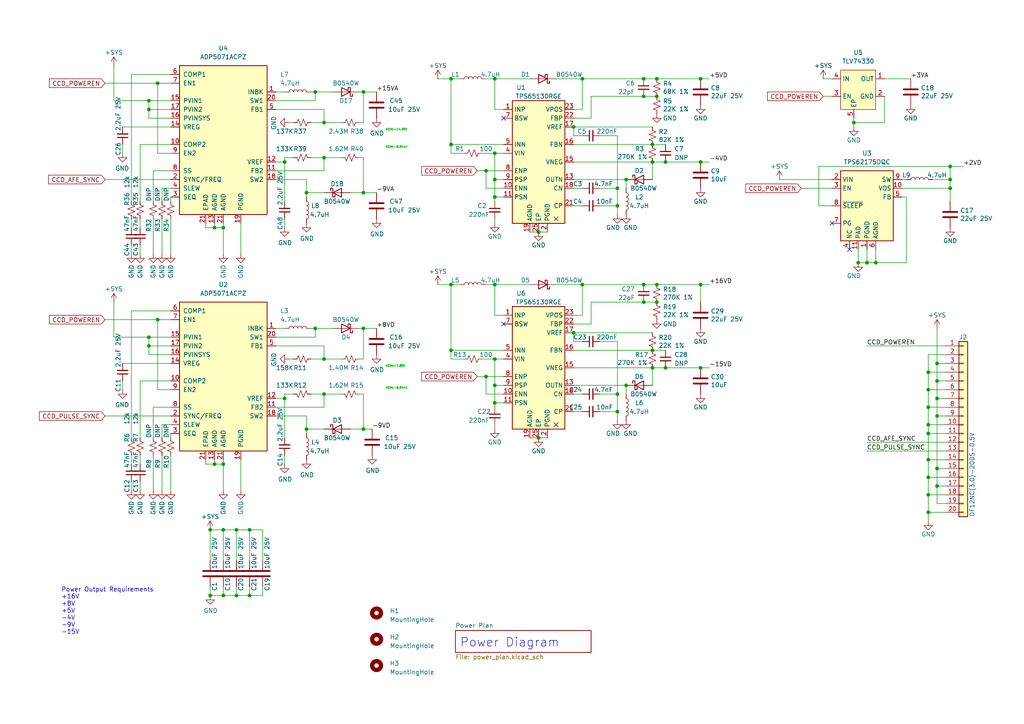
<source format=kicad_sch>
(kicad_sch (version 20230121) (generator eeschema)
  (paper "A4")
  (title_block (title "Sitina 1 Power Board") (date "2023-11-24") (rev "R0.1") (company "Copyright 2023 Anhang Li") (comment 2 "MERCHANTABILITY, SATISFACTORY QUALITY AND FITNESS FOR A PARTICULAR PURPOSE.") (comment 3 "This source is distributed WITHOUT ANY EXPRESS OR IMPLIED WARRANTY, INCLUDING OF") (comment 4 "This source describes Open Hardware and is licensed under the CERN-OHL-P v2."))
  (junction (at 271.78 140.97))
  (junction (at 105.41 55.88))
  (junction (at 269.24 138.43))
  (junction (at 186.69 87.63))
  (junction (at 68.58 153.67))
  (junction (at 82.55 115.57))
  (junction (at 64.77 66.04))
  (junction (at 203.2 22.86))
  (junction (at 143.51 22.86))
  (junction (at 143.51 111.76))
  (junction (at 68.58 172.72))
  (junction (at 254 76.2))
  (junction (at 269.24 113.03))
  (junction (at 190.5 27.94))
  (junction (at 64.77 134.62))
  (junction (at 105.41 95.25))
  (junction (at 186.69 22.86))
  (junction (at 62.23 134.62))
  (junction (at 93.98 45.72))
  (junction (at 156.21 127))
  (junction (at 269.24 148.59))
  (junction (at 105.41 26.67))
  (junction (at 130.81 41.91))
  (junction (at 190.5 22.86))
  (junction (at 179.07 54.61))
  (junction (at 88.9 55.88))
  (junction (at 269.24 143.51))
  (junction (at 193.04 46.99))
  (junction (at 72.39 153.67))
  (junction (at 130.81 82.55))
  (junction (at 91.44 95.25))
  (junction (at 143.51 44.45))
  (junction (at 271.78 115.57))
  (junction (at 271.78 105.41))
  (junction (at 143.51 52.07))
  (junction (at 130.81 22.86))
  (junction (at 271.78 110.49))
  (junction (at 72.39 172.72))
  (junction (at 193.04 106.68))
  (junction (at 64.77 153.67))
  (junction (at 93.98 114.3))
  (junction (at 181.61 52.07))
  (junction (at 269.24 107.95))
  (junction (at 248.92 76.2))
  (junction (at 43.18 29.21))
  (junction (at 181.61 111.76))
  (junction (at 271.78 120.65))
  (junction (at 179.07 114.3))
  (junction (at 189.23 106.68))
  (junction (at 189.23 46.99))
  (junction (at 43.18 31.75))
  (junction (at 88.9 124.46))
  (junction (at 179.07 119.38))
  (junction (at 269.24 123.19))
  (junction (at 190.5 82.55))
  (junction (at 91.44 26.67))
  (junction (at 166.37 36.83))
  (junction (at 186.69 27.94))
  (junction (at 130.81 101.6))
  (junction (at 269.24 118.11))
  (junction (at 140.97 109.22))
  (junction (at 82.55 46.99))
  (junction (at 45.72 24.13))
  (junction (at 143.51 57.15))
  (junction (at 271.78 135.89))
  (junction (at 168.91 22.86))
  (junction (at 62.23 66.04))
  (junction (at 45.72 92.71))
  (junction (at 190.5 87.63))
  (junction (at 156.21 67.31))
  (junction (at 203.2 82.55))
  (junction (at 60.96 153.67))
  (junction (at 275.59 52.07))
  (junction (at 140.97 49.53))
  (junction (at 60.96 172.72))
  (junction (at 166.37 96.52))
  (junction (at 275.59 48.26))
  (junction (at 275.59 54.61))
  (junction (at 203.2 106.68))
  (junction (at 143.51 82.55))
  (junction (at 93.98 35.56))
  (junction (at 251.46 76.2))
  (junction (at 105.41 124.46))
  (junction (at 143.51 104.14))
  (junction (at 179.07 59.69))
  (junction (at 168.91 82.55))
  (junction (at 143.51 116.84))
  (junction (at 269.24 133.35))
  (junction (at 64.77 172.72))
  (junction (at 43.18 97.79))
  (junction (at 247.65 35.56))
  (junction (at 186.69 82.55))
  (junction (at 203.2 46.99))
  (junction (at 43.18 100.33))
  (junction (at 189.23 101.6))
  (junction (at 269.24 125.73))
  (junction (at 189.23 41.91))
  (junction (at 93.98 104.14))
  (no_connect (at 161.29 123.19))
  (no_connect (at 161.29 63.5))
  (no_connect (at 146.05 34.29))
  (no_connect (at 246.38 72.39))
  (no_connect (at 146.05 93.98))
  (no_connect (at 241.3 64.77))
  (wire (pts (xy 43.18 31.75) (xy 43.18 34.29)))
  (wire (pts (xy 62.23 64.77) (xy 62.23 66.04)))
  (wire (pts (xy 173.99 99.06) (xy 179.07 99.06)))
  (wire (pts (xy 166.37 114.3) (xy 168.91 114.3)))
  (wire (pts (xy 130.81 82.55) (xy 130.81 101.6)))
  (wire (pts (xy 251.46 130.81) (xy 274.32 130.81)))
  (wire (pts (xy 104.14 95.25) (xy 105.41 95.25)))
  (wire (pts (xy 49.53 127) (xy 49.53 125.73)))
  (wire (pts (xy 72.39 170.18) (xy 72.39 172.72)))
  (wire (pts (xy 85.09 114.3) (xy 82.55 114.3)))
  (wire (pts (xy 143.51 31.75) (xy 146.05 31.75)))
  (wire (pts (xy 189.23 46.99) (xy 189.23 52.07)))
  (wire (pts (xy 171.45 34.29) (xy 171.45 27.94)))
  (wire (pts (xy 156.21 67.31) (xy 158.75 67.31)))
  (wire (pts (xy 49.53 58.42) (xy 49.53 57.15)))
  (wire (pts (xy 251.46 100.33) (xy 274.32 100.33)))
  (wire (pts (xy 49.53 92.71) (xy 45.72 92.71)))
  (wire (pts (xy 271.78 110.49) (xy 271.78 105.41)))
  (wire (pts (xy 171.45 27.94) (xy 186.69 27.94)))
  (wire (pts (xy 105.41 26.67) (xy 109.22 26.67)))
  (wire (pts (xy 43.18 97.79) (xy 43.18 100.33)))
  (wire (pts (xy 130.81 41.91) (xy 146.05 41.91)))
  (wire (pts (xy 153.67 67.31) (xy 156.21 67.31)))
  (wire (pts (xy 166.37 39.37) (xy 166.37 36.83)))
  (wire (pts (xy 105.41 114.3) (xy 105.41 124.46)))
  (wire (pts (xy 49.53 63.5) (xy 49.53 73.66)))
  (wire (pts (xy 64.77 172.72) (xy 60.96 172.72)))
  (wire (pts (xy 186.69 82.55) (xy 190.5 82.55)))
  (wire (pts (xy 181.61 52.07) (xy 181.61 54.61)))
  (wire (pts (xy 146.05 54.61) (xy 140.97 54.61)))
  (wire (pts (xy 269.24 123.19) (xy 274.32 123.19)))
  (wire (pts (xy 139.7 104.14) (xy 143.51 104.14)))
  (wire (pts (xy 93.98 114.3) (xy 93.98 118.11)))
  (wire (pts (xy 104.14 45.72) (xy 105.41 45.72)))
  (wire (pts (xy 93.98 45.72) (xy 93.98 49.53)))
  (wire (pts (xy 69.85 64.77) (xy 69.85 73.66)))
  (wire (pts (xy 90.17 114.3) (xy 93.98 114.3)))
  (wire (pts (xy 104.14 114.3) (xy 105.41 114.3)))
  (wire (pts (xy 203.2 87.63) (xy 203.2 82.55)))
  (wire (pts (xy 90.17 45.72) (xy 93.98 45.72)))
  (wire (pts (xy 143.51 123.19) (xy 143.51 124.46)))
  (wire (pts (xy 271.78 135.89) (xy 271.78 120.65)))
  (wire (pts (xy 271.78 146.05) (xy 271.78 140.97)))
  (wire (pts (xy 274.32 115.57) (xy 271.78 115.57)))
  (wire (pts (xy 80.01 115.57) (xy 82.55 115.57)))
  (wire (pts (xy 254 76.2) (xy 254 72.39)))
  (wire (pts (xy 104.14 35.56) (xy 105.41 35.56)))
  (wire (pts (xy 85.09 45.72) (xy 82.55 45.72)))
  (wire (pts (xy 59.69 66.04) (xy 62.23 66.04)))
  (wire (pts (xy 143.51 91.44) (xy 146.05 91.44)))
  (wire (pts (xy 44.45 132.08) (xy 44.45 142.24)))
  (wire (pts (xy 186.69 22.86) (xy 190.5 22.86)))
  (wire (pts (xy 168.91 22.86) (xy 186.69 22.86)))
  (wire (pts (xy 153.67 22.86) (xy 143.51 22.86)))
  (wire (pts (xy 105.41 45.72) (xy 105.41 55.88)))
  (wire (pts (xy 181.61 111.76) (xy 181.61 114.3)))
  (wire (pts (xy 203.2 46.99) (xy 205.74 46.99)))
  (wire (pts (xy 46.99 58.42) (xy 46.99 54.61)))
  (wire (pts (xy 38.1 66.04) (xy 38.1 63.5)))
  (wire (pts (xy 68.58 170.18) (xy 68.58 172.72)))
  (wire (pts (xy 269.24 102.87) (xy 269.24 107.95)))
  (wire (pts (xy 166.37 99.06) (xy 166.37 96.52)))
  (wire (pts (xy 88.9 57.15) (xy 88.9 55.88)))
  (wire (pts (xy 271.78 140.97) (xy 271.78 135.89)))
  (wire (pts (xy 91.44 26.67) (xy 96.52 26.67)))
  (wire (pts (xy 146.05 114.3) (xy 140.97 114.3)))
  (wire (pts (xy 49.53 34.29) (xy 43.18 34.29)))
  (wire (pts (xy 90.17 26.67) (xy 91.44 26.67)))
  (wire (pts (xy 45.72 24.13) (xy 45.72 44.45)))
  (wire (pts (xy 59.69 134.62) (xy 62.23 134.62)))
  (wire (pts (xy 33.02 29.21) (xy 43.18 29.21)))
  (wire (pts (xy 38.1 127) (xy 38.1 90.17)))
  (wire (pts (xy 60.96 170.18) (xy 60.96 172.72)))
  (wire (pts (xy 269.24 118.11) (xy 269.24 123.19)))
  (wire (pts (xy 68.58 153.67) (xy 64.77 153.67)))
  (wire (pts (xy 40.64 66.04) (xy 40.64 63.5)))
  (wire (pts (xy 171.45 87.63) (xy 186.69 87.63)))
  (wire (pts (xy 33.02 97.79) (xy 43.18 97.79)))
  (wire (pts (xy 82.55 46.99) (xy 82.55 58.42)))
  (wire (pts (xy 43.18 31.75) (xy 49.53 31.75)))
  (wire (pts (xy 166.37 59.69) (xy 168.91 59.69)))
  (wire (pts (xy 85.09 104.14) (xy 83.82 104.14)))
  (wire (pts (xy 237.49 48.26) (xy 275.59 48.26)))
  (wire (pts (xy 189.23 46.99) (xy 193.04 46.99)))
  (wire (pts (xy 275.59 52.07) (xy 270.51 52.07)))
  (wire (pts (xy 143.51 63.5) (xy 143.51 64.77)))
  (wire (pts (xy 153.67 82.55) (xy 143.51 82.55)))
  (wire (pts (xy 168.91 31.75) (xy 168.91 22.86)))
  (wire (pts (xy 238.76 22.86) (xy 241.3 22.86)))
  (wire (pts (xy 140.97 54.61) (xy 140.97 49.53)))
  (wire (pts (xy 44.45 63.5) (xy 44.45 73.66)))
  (wire (pts (xy 80.01 46.99) (xy 82.55 46.99)))
  (wire (pts (xy 241.3 59.69) (xy 237.49 59.69)))
  (wire (pts (xy 269.24 125.73) (xy 269.24 133.35)))
  (wire (pts (xy 62.23 66.04) (xy 64.77 66.04)))
  (wire (pts (xy 237.49 59.69) (xy 237.49 48.26)))
  (wire (pts (xy 274.32 110.49) (xy 271.78 110.49)))
  (wire (pts (xy 156.21 127) (xy 158.75 127)))
  (wire (pts (xy 261.62 52.07) (xy 262.89 52.07)))
  (wire (pts (xy 69.85 133.35) (xy 69.85 142.24)))
  (wire (pts (xy 35.56 41.91) (xy 35.56 44.45)))
  (wire (pts (xy 247.65 36.83) (xy 247.65 35.56)))
  (wire (pts (xy 91.44 29.21) (xy 80.01 29.21)))
  (wire (pts (xy 143.51 52.07) (xy 143.51 57.15)))
  (wire (pts (xy 127 82.55) (xy 130.81 82.55)))
  (wire (pts (xy 271.78 115.57) (xy 271.78 110.49)))
  (wire (pts (xy 143.51 57.15) (xy 143.51 58.42)))
  (wire (pts (xy 173.99 114.3) (xy 179.07 114.3)))
  (wire (pts (xy 143.51 52.07) (xy 146.05 52.07)))
  (wire (pts (xy 256.54 35.56) (xy 247.65 35.56)))
  (wire (pts (xy 76.2 172.72) (xy 72.39 172.72)))
  (wire (pts (xy 248.92 76.2) (xy 251.46 76.2)))
  (wire (pts (xy 33.02 19.05) (xy 33.02 29.21)))
  (wire (pts (xy 173.99 59.69) (xy 179.07 59.69)))
  (wire (pts (xy 105.41 124.46) (xy 107.95 124.46)))
  (wire (pts (xy 88.9 124.46) (xy 88.9 120.65)))
  (wire (pts (xy 105.41 104.14) (xy 105.41 95.25)))
  (wire (pts (xy 275.59 48.26) (xy 275.59 52.07)))
  (wire (pts (xy 30.48 52.07) (xy 49.53 52.07)))
  (wire (pts (xy 43.18 29.21) (xy 43.18 31.75)))
  (wire (pts (xy 161.29 22.86) (xy 168.91 22.86)))
  (wire (pts (xy 44.45 49.53) (xy 49.53 49.53)))
  (wire (pts (xy 168.91 99.06) (xy 166.37 99.06)))
  (wire (pts (xy 46.99 123.19) (xy 49.53 123.19)))
  (wire (pts (xy 90.17 35.56) (xy 93.98 35.56)))
  (wire (pts (xy 64.77 162.56) (xy 64.77 153.67)))
  (wire (pts (xy 146.05 116.84) (xy 143.51 116.84)))
  (wire (pts (xy 91.44 97.79) (xy 80.01 97.79)))
  (wire (pts (xy 269.24 143.51) (xy 269.24 148.59)))
  (wire (pts (xy 93.98 114.3) (xy 99.06 114.3)))
  (wire (pts (xy 130.81 22.86) (xy 133.35 22.86)))
  (wire (pts (xy 173.99 119.38) (xy 179.07 119.38)))
  (wire (pts (xy 72.39 162.56) (xy 72.39 153.67)))
  (wire (pts (xy 38.1 21.59) (xy 49.53 21.59)))
  (wire (pts (xy 166.37 34.29) (xy 171.45 34.29)))
  (wire (pts (xy 232.41 54.61) (xy 241.3 54.61)))
  (wire (pts (xy 130.81 104.14) (xy 130.81 101.6)))
  (wire (pts (xy 143.51 104.14) (xy 146.05 104.14)))
  (wire (pts (xy 269.24 118.11) (xy 274.32 118.11)))
  (wire (pts (xy 275.59 52.07) (xy 275.59 54.61)))
  (wire (pts (xy 168.91 82.55) (xy 186.69 82.55)))
  (wire (pts (xy 62.23 134.62) (xy 64.77 134.62)))
  (wire (pts (xy 271.78 120.65) (xy 271.78 115.57)))
  (wire (pts (xy 143.51 44.45) (xy 146.05 44.45)))
  (wire (pts (xy 40.64 41.91) (xy 49.53 41.91)))
  (wire (pts (xy 166.37 93.98) (xy 171.45 93.98)))
  (wire (pts (xy 186.69 87.63) (xy 190.5 87.63)))
  (wire (pts (xy 166.37 36.83) (xy 189.23 36.83)))
  (wire (pts (xy 256.54 27.94) (xy 256.54 35.56)))
  (wire (pts (xy 38.1 73.66) (xy 38.1 71.12)))
  (wire (pts (xy 269.24 125.73) (xy 274.32 125.73)))
  (wire (pts (xy 88.9 55.88) (xy 93.98 55.88)))
  (wire (pts (xy 43.18 100.33) (xy 49.53 100.33)))
  (wire (pts (xy 80.01 49.53) (xy 93.98 49.53)))
  (wire (pts (xy 269.24 107.95) (xy 274.32 107.95)))
  (wire (pts (xy 64.77 66.04) (xy 64.77 73.66)))
  (wire (pts (xy 143.51 116.84) (xy 143.51 118.11)))
  (wire (pts (xy 269.24 148.59) (xy 274.32 148.59)))
  (wire (pts (xy 43.18 100.33) (xy 43.18 102.87)))
  (wire (pts (xy 64.77 170.18) (xy 64.77 172.72)))
  (wire (pts (xy 88.9 124.46) (xy 93.98 124.46)))
  (wire (pts (xy 59.69 133.35) (xy 59.69 134.62)))
  (wire (pts (xy 193.04 46.99) (xy 203.2 46.99)))
  (wire (pts (xy 30.48 24.13) (xy 45.72 24.13)))
  (wire (pts (xy 269.24 107.95) (xy 269.24 113.03)))
  (wire (pts (xy 64.77 133.35) (xy 64.77 134.62)))
  (wire (pts (xy 45.72 113.03) (xy 49.53 113.03)))
  (wire (pts (xy 274.32 135.89) (xy 271.78 135.89)))
  (wire (pts (xy 76.2 170.18) (xy 76.2 172.72)))
  (wire (pts (xy 166.37 91.44) (xy 168.91 91.44)))
  (wire (pts (xy 251.46 128.27) (xy 274.32 128.27)))
  (wire (pts (xy 38.1 90.17) (xy 49.53 90.17)))
  (wire (pts (xy 130.81 44.45) (xy 134.62 44.45)))
  (wire (pts (xy 143.51 111.76) (xy 143.51 116.84)))
  (wire (pts (xy 46.99 132.08) (xy 46.99 142.24)))
  (wire (pts (xy 30.48 120.65) (xy 49.53 120.65)))
  (wire (pts (xy 238.76 27.94) (xy 241.3 27.94)))
  (wire (pts (xy 179.07 39.37) (xy 179.07 54.61)))
  (wire (pts (xy 203.2 106.68) (xy 205.74 106.68)))
  (wire (pts (xy 60.96 153.67) (xy 60.96 162.56)))
  (wire (pts (xy 35.56 105.41) (xy 49.53 105.41)))
  (wire (pts (xy 93.98 100.33) (xy 80.01 100.33)))
  (wire (pts (xy 166.37 111.76) (xy 181.61 111.76)))
  (wire (pts (xy 166.37 46.99) (xy 189.23 46.99)))
  (wire (pts (xy 140.97 22.86) (xy 143.51 22.86)))
  (wire (pts (xy 179.07 54.61) (xy 179.07 59.69)))
  (wire (pts (xy 274.32 143.51) (xy 269.24 143.51)))
  (wire (pts (xy 140.97 49.53) (xy 146.05 49.53)))
  (wire (pts (xy 40.64 110.49) (xy 49.53 110.49)))
  (wire (pts (xy 45.72 92.71) (xy 45.72 113.03)))
  (wire (pts (xy 105.41 35.56) (xy 105.41 26.67)))
  (wire (pts (xy 38.1 142.24) (xy 38.1 139.7)))
  (wire (pts (xy 190.5 22.86) (xy 203.2 22.86)))
  (wire (pts (xy 166.37 119.38) (xy 168.91 119.38)))
  (wire (pts (xy 46.99 54.61) (xy 49.53 54.61)))
  (wire (pts (xy 261.62 57.15) (xy 262.89 57.15)))
  (wire (pts (xy 179.07 114.3) (xy 179.07 119.38)))
  (wire (pts (xy 44.45 58.42) (xy 44.45 49.53)))
  (wire (pts (xy 251.46 72.39) (xy 251.46 76.2)))
  (wire (pts (xy 64.77 134.62) (xy 64.77 142.24)))
  (wire (pts (xy 274.32 140.97) (xy 271.78 140.97)))
  (wire (pts (xy 269.24 133.35) (xy 274.32 133.35)))
  (wire (pts (xy 105.41 95.25) (xy 109.22 95.25)))
  (wire (pts (xy 166.37 96.52) (xy 189.23 96.52)))
  (wire (pts (xy 91.44 95.25) (xy 91.44 97.79)))
  (wire (pts (xy 274.32 146.05) (xy 271.78 146.05)))
  (wire (pts (xy 88.9 120.65) (xy 80.01 120.65)))
  (wire (pts (xy 49.53 132.08) (xy 49.53 142.24)))
  (wire (pts (xy 179.07 99.06) (xy 179.07 114.3)))
  (wire (pts (xy 82.55 114.3) (xy 82.55 115.57)))
  (wire (pts (xy 93.98 31.75) (xy 93.98 35.56)))
  (wire (pts (xy 173.99 39.37) (xy 179.07 39.37)))
  (wire (pts (xy 35.56 110.49) (xy 35.56 113.03)))
  (wire (pts (xy 254 76.2) (xy 262.89 76.2)))
  (wire (pts (xy 49.53 24.13) (xy 45.72 24.13)))
  (wire (pts (xy 179.07 119.38) (xy 179.07 121.92)))
  (wire (pts (xy 44.45 118.11) (xy 49.53 118.11)))
  (wire (pts (xy 40.64 134.62) (xy 40.64 132.08)))
  (wire (pts (xy 104.14 26.67) (xy 105.41 26.67)))
  (wire (pts (xy 179.07 59.69) (xy 179.07 62.23)))
  (wire (pts (xy 104.14 104.14) (xy 105.41 104.14)))
  (wire (pts (xy 226.06 52.07) (xy 241.3 52.07)))
  (wire (pts (xy 130.81 104.14) (xy 134.62 104.14)))
  (wire (pts (xy 203.2 22.86) (xy 205.74 22.86)))
  (wire (pts (xy 143.51 22.86) (xy 143.51 31.75)))
  (wire (pts (xy 140.97 109.22) (xy 146.05 109.22)))
  (wire (pts (xy 166.37 106.68) (xy 189.23 106.68)))
  (wire (pts (xy 90.17 104.14) (xy 93.98 104.14)))
  (wire (pts (xy 40.64 58.42) (xy 40.64 41.91)))
  (wire (pts (xy 143.51 82.55) (xy 143.51 91.44)))
  (wire (pts (xy 189.23 106.68) (xy 189.23 111.76)))
  (wire (pts (xy 46.99 127) (xy 46.99 123.19)))
  (wire (pts (xy 143.51 111.76) (xy 146.05 111.76)))
  (wire (pts (xy 143.51 104.14) (xy 143.51 111.76)))
  (wire (pts (xy 269.24 138.43) (xy 274.32 138.43)))
  (wire (pts (xy 269.24 113.03) (xy 274.32 113.03)))
  (wire (pts (xy 93.98 45.72) (xy 99.06 45.72)))
  (wire (pts (xy 186.69 27.94) (xy 190.5 27.94)))
  (wire (pts (xy 168.91 39.37) (xy 166.37 39.37)))
  (wire (pts (xy 90.17 95.25) (xy 91.44 95.25)))
  (wire (pts (xy 166.37 54.61) (xy 168.91 54.61)))
  (wire (pts (xy 127 22.86) (xy 130.81 22.86)))
  (wire (pts (xy 190.5 82.55) (xy 203.2 82.55)))
  (wire (pts (xy 93.98 35.56) (xy 99.06 35.56)))
  (wire (pts (xy 166.37 31.75) (xy 168.91 31.75)))
  (wire (pts (xy 101.6 124.46) (xy 105.41 124.46)))
  (wire (pts (xy 72.39 153.67) (xy 68.58 153.67)))
  (wire (pts (xy 161.29 82.55) (xy 168.91 82.55)))
  (wire (pts (xy 80.01 118.11) (xy 93.98 118.11)))
  (wire (pts (xy 82.55 115.57) (xy 82.55 127)))
  (wire (pts (xy 38.1 58.42) (xy 38.1 21.59)))
  (wire (pts (xy 82.55 26.67) (xy 80.01 26.67)))
  (wire (pts (xy 40.64 73.66) (xy 40.64 71.12)))
  (wire (pts (xy 101.6 55.88) (xy 105.41 55.88)))
  (wire (pts (xy 59.69 64.77) (xy 59.69 66.04)))
  (wire (pts (xy 193.04 106.68) (xy 203.2 106.68)))
  (wire (pts (xy 138.43 109.22) (xy 140.97 109.22)))
  (wire (pts (xy 33.02 87.63) (xy 33.02 97.79)))
  (wire (pts (xy 173.99 54.61) (xy 179.07 54.61)))
  (wire (pts (xy 130.81 44.45) (xy 130.81 41.91)))
  (wire (pts (xy 44.45 127) (xy 44.45 118.11)))
  (wire (pts (xy 130.81 101.6) (xy 146.05 101.6)))
  (wire (pts (xy 166.37 41.91) (xy 189.23 41.91)))
  (wire (pts (xy 93.98 31.75) (xy 80.01 31.75)))
  (wire (pts (xy 76.2 162.56) (xy 76.2 153.67)))
  (wire (pts (xy 38.1 134.62) (xy 38.1 132.08)))
  (wire (pts (xy 40.64 127) (xy 40.64 110.49)))
  (wire (pts (xy 262.89 57.15) (xy 262.89 76.2)))
  (wire (pts (xy 82.55 63.5) (xy 82.55 66.04)))
  (wire (pts (xy 30.48 92.71) (xy 45.72 92.71)))
  (wire (pts (xy 269.24 148.59) (xy 269.24 151.13)))
  (wire (pts (xy 76.2 153.67) (xy 72.39 153.67)))
  (wire (pts (xy 46.99 63.5) (xy 46.99 73.66)))
  (wire (pts (xy 256.54 22.86) (xy 264.16 22.86)))
  (wire (pts (xy 105.41 55.88) (xy 109.22 55.88)))
  (wire (pts (xy 130.81 82.55) (xy 133.35 82.55)))
  (wire (pts (xy 49.53 97.79) (xy 43.18 97.79)))
  (wire (pts (xy 166.37 52.07) (xy 181.61 52.07)))
  (wire (pts (xy 140.97 114.3) (xy 140.97 109.22)))
  (wire (pts (xy 64.77 64.77) (xy 64.77 66.04)))
  (wire (pts (xy 203.2 82.55) (xy 205.74 82.55)))
  (wire (pts (xy 93.98 104.14) (xy 99.06 104.14)))
  (wire (pts (xy 269.24 113.03) (xy 269.24 118.11)))
  (wire (pts (xy 64.77 153.67) (xy 60.96 153.67)))
  (wire (pts (xy 139.7 44.45) (xy 143.51 44.45)))
  (wire (pts (xy 68.58 162.56) (xy 68.58 153.67)))
  (wire (pts (xy 91.44 26.67) (xy 91.44 29.21)))
  (wire (pts (xy 189.23 101.6) (xy 193.04 101.6)))
  (wire (pts (xy 189.23 41.91) (xy 193.04 41.91)))
  (wire (pts (xy 171.45 93.98) (xy 171.45 87.63)))
  (wire (pts (xy 88.9 52.07) (xy 80.01 52.07)))
  (wire (pts (xy 189.23 106.68) (xy 193.04 106.68)))
  (wire (pts (xy 82.55 95.25) (xy 80.01 95.25)))
  (wire (pts (xy 40.64 142.24) (xy 40.64 139.7)))
  (wire (pts (xy 146.05 57.15) (xy 143.51 57.15)))
  (wire (pts (xy 269.24 138.43) (xy 269.24 143.51)))
  (wire (pts (xy 88.9 125.73) (xy 88.9 124.46)))
  (wire (pts (xy 93.98 100.33) (xy 93.98 104.14)))
  (wire (pts (xy 62.23 133.35) (xy 62.23 134.62)))
  (wire (pts (xy 166.37 101.6) (xy 189.23 101.6)))
  (wire (pts (xy 85.09 35.56) (xy 83.82 35.56)))
  (wire (pts (xy 274.32 120.65) (xy 271.78 120.65)))
  (wire (pts (xy 275.59 54.61) (xy 261.62 54.61)))
  (wire (pts (xy 248.92 72.39) (xy 248.92 76.2)))
  (wire (pts (xy 49.53 29.21) (xy 43.18 29.21)))
  (wire (pts (xy 271.78 95.25) (xy 271.78 105.41)))
  (wire (pts (xy 88.9 55.88) (xy 88.9 52.07)))
  (wire (pts (xy 274.32 102.87) (xy 269.24 102.87)))
  (wire (pts (xy 72.39 172.72) (xy 68.58 172.72)))
  (wire (pts (xy 49.53 102.87) (xy 43.18 102.87)))
  (wire (pts (xy 82.55 45.72) (xy 82.55 46.99)))
  (wire (pts (xy 153.67 127) (xy 156.21 127)))
  (wire (pts (xy 275.59 48.26) (xy 279.4 48.26)))
  (wire (pts (xy 82.55 132.08) (xy 82.55 134.62)))
  (wire (pts (xy 91.44 95.25) (xy 96.52 95.25)))
  (wire (pts (xy 138.43 49.53) (xy 140.97 49.53)))
  (wire (pts (xy 247.65 35.56) (xy 247.65 34.29)))
  (wire (pts (xy 269.24 133.35) (xy 269.24 138.43)))
  (wire (pts (xy 275.59 58.42) (xy 275.59 54.61)))
  (wire (pts (xy 251.46 76.2) (xy 254 76.2)))
  (wire (pts (xy 35.56 36.83) (xy 49.53 36.83)))
  (wire (pts (xy 168.91 82.55) (xy 168.91 91.44)))
  (wire (pts (xy 130.81 22.86) (xy 130.81 41.91)))
  (wire (pts (xy 45.72 44.45) (xy 49.53 44.45)))
  (wire (pts (xy 274.32 105.41) (xy 271.78 105.41)))
  (wire (pts (xy 143.51 44.45) (xy 143.51 52.07)))
  (wire (pts (xy 140.97 82.55) (xy 143.51 82.55)))
  (wire (pts (xy 68.58 172.72) (xy 64.77 172.72)))
  (wire (pts (xy 269.24 123.19) (xy 269.24 125.73)))
  (text "NOM:-8.944V" (at 111.76 113.03 0) (effects (font (size 0.625 0.625)) (justify left bottom)))
  (text "NOM:+7.89V" (at 111.76 106.68 0) (effects (font (size 0.625 0.625)) (justify left bottom)))
  (text "Power Output Requirements\n+16V\n+8V\n+5V\n-4V\n-9V\n-15V" (at 17.78 184.15 0) (effects (font (size 1.27 1.27)) (justify left bottom)))
  (text "NOM:+14.99V" (at 111.76 38.1 0) (effects (font (size 0.625 0.625)) (justify left bottom)))
  (text "NOM:-8.944V" (at 111.76 43.18 0) (effects (font (size 0.625 0.625)) (justify left bottom)))
  (text "Power Diagram" (at 133.35 187.96 0) (effects (font (size 2.54 2.54)) (justify left bottom)))
  (label "+16VD" (at 205.74 82.55 0))
  (label "-9VA" (at 109.22 55.88 0))
  (label "+2VD" (at 279.4 48.26 0))
  (label "+8VD" (at 109.22 95.25 0))
  (label "+15VA" (at 109.22 26.67 0))
  (label "-15VD" (at 205.74 106.68 0))
  (label "CCD_PULSE_SYNC" (at 251.46 130.81 0))
  (label "+5VD" (at 205.74 22.86 0))
  (label "CCD_POWEREN" (at 251.46 100.33 0))
  (label "+3VA" (at 264.16 22.86 0))
  (label "-9VD" (at 107.95 124.46 0))
  (label "CCD_AFE_SYNC" (at 251.46 128.27 0))
  (label "-4VD" (at 205.74 46.99 0))
  (global_label "CCD_POWEREN" (shape input) (at 232.41 54.61 180) (property "Intersheetrefs" "${INTERSHEET_REFS}" (effects hide)))
  (global_label "CCD_PULSE_SYNC" (shape input) (at 30.48 120.65 180) (property "Intersheetrefs" "${INTERSHEET_REFS}" (effects hide)))
  (global_label "CCD_POWEREN" (shape input) (at 30.48 92.71 180) (property "Intersheetrefs" "${INTERSHEET_REFS}" (effects hide)))
  (global_label "CCD_AFE_SYNC" (shape input) (at 30.48 52.07 180) (property "Intersheetrefs" "${INTERSHEET_REFS}" (effects hide)))
  (global_label "CCD_POWEREN" (shape input) (at 238.76 27.94 180) (property "Intersheetrefs" "${INTERSHEET_REFS}" (effects hide)))
  (global_label "CCD_POWEREN" (shape input) (at 30.48 24.13 180) (property "Intersheetrefs" "${INTERSHEET_REFS}" (effects hide)))
  (global_label "CCD_POWEREN" (shape input) (at 138.43 49.53 180) (property "Intersheetrefs" "${INTERSHEET_REFS}" (effects hide)))
  (global_label "CCD_POWEREN" (shape input) (at 138.43 109.22 180) (property "Intersheetrefs" "${INTERSHEET_REFS}" (effects hide)))
  (symbol (lib_id "Device:C_Small") (at 35.56 107.95 180) (unit 1)
    (property "Reference" "C11" (at 34.29 111.76 90))
    (property "Value" "2.2uF 25V" (at 34.29 101.6 90))
    (property "Footprint" "Capacitor_SMD:C_0603_1608Metric" (effects hide))
  )
  (symbol (lib_id "Device:C_Small") (at 193.04 44.45 0) (unit 1)
    (property "Reference" "C7" (at 195.58 43.18 0) (effects (justify left)))
    (property "Value" "DNP" (at 195.58 45.72 0) (effects (justify left)))
    (property "Footprint" "Capacitor_SMD:C_0402_1005Metric" (effects hide))
  )
  (symbol (lib_id "Device:C_Small") (at 35.56 39.37 180) (unit 1)
    (property "Reference" "C26" (at 34.29 43.18 90))
    (property "Value" "2.2uF 25V" (at 34.29 33.02 90))
    (property "Footprint" "Capacitor_SMD:C_0603_1608Metric" (effects hide))
  )
  (symbol (lib_id "power:GND") (at 64.77 73.66 0) (mirror y) (unit 1)
    (property "Reference" "#PWR037" (effects hide))
    (property "Value" "GND" (at 64.77 78.74 90))
  )
  (symbol (lib_id "power:GND") (at 156.21 127 0) (mirror y) (unit 1)
    (property "Reference" "#PWR033" (effects hide))
    (property "Value" "GND" (at 156.21 130.81 0))
  )
  (symbol (lib_id "Device:C") (at 68.58 166.37 0) (mirror y) (unit 1)
    (property "Reference" "C20" (at 69.85 171.45 90) (effects (justify left)))
    (property "Value" "10uF 25V" (at 69.85 165.1 90) (effects (justify left)))
    (property "Footprint" "Capacitor_SMD:C_0805_2012Metric" (effects hide))
  )
  (symbol (lib_id "Device:C") (at 60.96 166.37 0) (mirror y) (unit 1)
    (property "Reference" "C1" (at 62.23 171.45 90) (effects (justify left)))
    (property "Value" "10uF 25V" (at 62.23 165.1 90) (effects (justify left)))
    (property "Footprint" "Capacitor_SMD:C_0805_2012Metric" (effects hide))
  )
  (symbol (lib_id "Device:R_Small_US") (at 49.53 60.96 0) (unit 1)
    (property "Reference" "R34" (at 48.26 67.31 90) (effects (justify left)))
    (property "Value" "DNP" (at 48.26 58.42 90) (effects (justify left)))
    (property "Footprint" "Resistor_SMD:R_0402_1005Metric" (effects hide))
  )
  (symbol (lib_id "Device:R_Small_US") (at 87.63 45.72 270) (mirror x) (unit 1)
    (property "Reference" "R39" (at 85.09 43.18 90) (effects (justify left)))
    (property "Value" "133K" (at 80.01 43.18 90) (effects (justify left)))
    (property "Footprint" "Resistor_SMD:R_0402_1005Metric" (effects hide))
  )
  (symbol (lib_id "power:GND") (at 203.2 54.61 0) (mirror y) (unit 1)
    (property "Reference" "#PWR011" (effects hide))
    (property "Value" "GND" (at 203.2 58.42 0))
  )
  (symbol (lib_id "power:GND") (at 181.61 121.92 0) (mirror y) (unit 1)
    (property "Reference" "#PWR041" (effects hide))
    (property "Value" "GND" (at 182.88 125.73 0))
  )
  (symbol (lib_id "Device:D_Schottky") (at 97.79 124.46 0) (unit 1)
    (property "Reference" "D3" (at 97.79 121.92 0))
    (property "Value" "B0540W" (at 97.79 127 0))
    (property "Footprint" "Diode_SMD:D_SOD-323" (effects hide))
  )
  (symbol (lib_id "Device:L") (at 181.61 58.42 0) (mirror x) (unit 1)
    (property "Reference" "L2" (at 185.42 57.15 0))
    (property "Value" "4.7uH" (at 185.42 59.69 0))
    (property "Footprint" "footprints:L_1212" (effects hide))
  )
  (symbol (lib_id "Device:L") (at 88.9 60.96 0) (mirror x) (unit 1)
    (property "Reference" "L8" (at 91.44 59.69 0))
    (property "Value" "4.7uH" (at 92.71 62.23 0))
    (property "Footprint" "footprints:L_1212" (effects hide))
  )
  (symbol (lib_id "Device:L") (at 86.36 26.67 270) (mirror x) (unit 1)
    (property "Reference" "L7" (at 81.28 21.59 90) (effects (justify left)))
    (property "Value" "4.7uH" (at 81.28 24.13 90) (effects (justify left)))
    (property "Footprint" "footprints:L_1212" (effects hide))
  )
  (symbol (lib_id "symbols:+SYS") (at 127 82.55 0) (unit 1)
    (property "Reference" "#PWR05" (effects hide))
    (property "Value" "+SYS" (at 127 78.74 0))
  )
  (symbol (lib_id "Connector_Generic:Conn_01x20") (at 279.4 123.19 0) (unit 1)
    (property "Reference" "J2" (at 278.13 97.79 0) (effects (justify left)))
    (property "Value" "DF12NC(3.0)-20DS-0.5V" (at 281.94 149.86 90) (effects (justify left)))
    (property "Footprint" "Connector_Hirose:Hirose_DF12_DF12C3.0-20DS-0.5V_2x10_P0.50mm_Vertical" (effects hide))
  )
  (symbol (lib_id "Device:C") (at 76.2 166.37 0) (mirror y) (unit 1)
    (property "Reference" "C19" (at 77.47 171.45 90) (effects (justify left)))
    (property "Value" "10uF 25V" (at 77.47 165.1 90) (effects (justify left)))
    (property "Footprint" "Capacitor_SMD:C_0805_2012Metric" (effects hide))
  )
  (symbol (lib_id "Device:R_Small_US") (at 38.1 60.96 0) (unit 1)
    (property "Reference" "R36" (at 36.83 59.69 90) (effects (justify left)))
    (property "Value" "12k" (at 36.83 54.61 90) (effects (justify left)))
    (property "Footprint" "Resistor_SMD:R_0402_1005Metric" (effects hide))
  )
  (symbol (lib_id "Device:C_Small") (at 186.69 25.4 0) (mirror y) (unit 1)
    (property "Reference" "C6" (at 184.15 24.13 0) (effects (justify left)))
    (property "Value" "22pF" (at 184.15 26.67 0) (effects (justify left)))
    (property "Footprint" "Capacitor_SMD:C_0402_1005Metric" (effects hide))
  )
  (symbol (lib_id "power:GND") (at 64.77 142.24 0) (mirror y) (unit 1)
    (property "Reference" "#PWR019" (effects hide))
    (property "Value" "GND" (at 64.77 147.32 90))
  )
  (symbol (lib_id "power:GND") (at 269.24 151.13 0) (mirror y) (unit 1)
    (property "Reference" "#PWR031" (effects hide))
    (property "Value" "GND" (at 269.24 154.94 0))
  )
  (symbol (lib_id "Device:L") (at 181.61 118.11 0) (mirror x) (unit 1)
    (property "Reference" "L6" (at 185.42 116.84 0))
    (property "Value" "4.7uH" (at 185.42 119.38 0))
    (property "Footprint" "footprints:L_1212" (effects hide))
  )
  (symbol (lib_id "power:GND") (at 248.92 76.2 0) (mirror y) (unit 1)
    (property "Reference" "#PWR027" (effects hide))
    (property "Value" "GND" (at 247.65 80.01 0))
  )
  (symbol (lib_id "Device:C") (at 203.2 26.67 0) (unit 1)
    (property "Reference" "C8" (at 206.121 25.5016 0) (effects (justify left)))
    (property "Value" "22uF 25V" (at 206.121 27.813 0) (effects (justify left)))
    (property "Footprint" "Capacitor_SMD:C_0805_2012Metric" (effects hide))
  )
  (symbol (lib_id "Mechanical:MountingHole") (at 109.22 193.04 0) (unit 1)
    (property "Reference" "H3" (at 113.03 192.4049 0) (effects (justify left)))
    (property "Value" "MountingHole" (at 113.03 194.9449 0) (effects (justify left)))
    (property "Footprint" "MountingHole:MountingHole_2.2mm_M2_DIN965" (effects hide))
  )
  (symbol (lib_id "Device:R_Small_US") (at 46.99 129.54 0) (unit 1)
    (property "Reference" "R9" (at 45.72 135.89 90) (effects (justify left)))
    (property "Value" "DNP" (at 45.72 127 90) (effects (justify left)))
    (property "Footprint" "Resistor_SMD:R_0402_1005Metric" (effects hide))
  )
  (symbol (lib_id "Device:C_Small") (at 186.69 85.09 0) (mirror y) (unit 1)
    (property "Reference" "C27" (at 184.15 83.82 0) (effects (justify left)))
    (property "Value" "22pF" (at 184.15 86.36 0) (effects (justify left)))
    (property "Footprint" "Capacitor_SMD:C_0402_1005Metric" (effects hide))
  )
  (symbol (lib_id "Device:D_Schottky") (at 157.48 82.55 180) (unit 1)
    (property "Reference" "D5" (at 152.4 81.28 0))
    (property "Value" "B0540W" (at 165.1 81.28 0))
    (property "Footprint" "Diode_SMD:D_SOD-323" (effects hide))
  )
  (symbol (lib_id "Device:D_Schottky") (at 185.42 111.76 0) (unit 1)
    (property "Reference" "D6" (at 185.42 109.22 0))
    (property "Value" "B0540W" (at 186.69 114.3 0))
    (property "Footprint" "Diode_SMD:D_SOD-323" (effects hide))
  )
  (symbol (lib_id "Device:D_Schottky") (at 100.33 95.25 180) (unit 1)
    (property "Reference" "D4" (at 100.33 97.79 0))
    (property "Value" "B0540W" (at 100.33 92.71 0))
    (property "Footprint" "Diode_SMD:D_SOD-323" (effects hide))
  )
  (symbol (lib_id "Device:R_Small_US") (at 44.45 129.54 0) (unit 1)
    (property "Reference" "R8" (at 43.18 135.89 90) (effects (justify left)))
    (property "Value" "DNP" (at 43.18 127 90) (effects (justify left)))
    (property "Footprint" "Resistor_SMD:R_0402_1005Metric" (effects hide))
  )
  (symbol (lib_id "Device:C") (at 109.22 59.69 0) (mirror y) (unit 1)
    (property "Reference" "C47" (at 116.84 58.42 0) (effects (justify left)))
    (property "Value" "10uF 25V" (at 121.92 60.96 0) (effects (justify left)))
    (property "Footprint" "Capacitor_SMD:C_0805_2012Metric" (effects hide))
  )
  (symbol (lib_id "power:GND") (at 60.96 172.72 0) (unit 1)
    (property "Reference" "#PWR012" (effects hide))
    (property "Value" "GND" (at 61.087 177.1142 0))
  )
  (symbol (lib_id "power:GND") (at 109.22 34.29 0) (unit 1)
    (property "Reference" "#PWR091" (effects hide))
    (property "Value" "GND" (at 109.347 38.6842 0))
  )
  (symbol (lib_id "power:GND") (at 69.85 73.66 0) (mirror y) (unit 1)
    (property "Reference" "#PWR040" (effects hide))
    (property "Value" "GND" (at 69.85 78.74 90))
  )
  (symbol (lib_id "Device:R_Small_US") (at 189.23 39.37 0) (unit 1)
    (property "Reference" "R2" (at 191.008 38.2016 0) (effects (justify left)))
    (property "Value" "82K 1%" (at 191.008 40.513 0) (effects (justify left)))
    (property "Footprint" "Resistor_SMD:R_0402_1005Metric" (effects hide))
  )
  (symbol (lib_id "symbols:+SYS") (at 127 22.86 0) (unit 1)
    (property "Reference" "#PWR02" (effects hide))
    (property "Value" "+SYS" (at 127 19.05 0))
  )
  (symbol (lib_id "Device:C_Small") (at 38.1 68.58 180) (unit 1)
    (property "Reference" "C44" (at 36.83 72.39 90))
    (property "Value" "47nF" (at 36.83 64.77 90))
    (property "Footprint" "Capacitor_SMD:C_0402_1005Metric" (effects hide))
  )
  (symbol (lib_id "power:GND") (at 109.22 63.5 0) (unit 1)
    (property "Reference" "#PWR096" (effects hide))
    (property "Value" "GND" (at 109.347 67.8942 0))
  )
  (symbol (lib_id "Device:C") (at 203.2 50.8 0) (unit 1)
    (property "Reference" "C9" (at 206.121 49.6316 0) (effects (justify left)))
    (property "Value" "10uF" (at 206.121 51.943 0) (effects (justify left)))
    (property "Footprint" "Capacitor_SMD:C_0603_1608Metric" (effects hide))
  )
  (symbol (lib_id "Device:C_Small") (at 143.51 120.65 0) (unit 1)
    (property "Reference" "C22" (at 138.43 119.38 0) (effects (justify left)))
    (property "Value" "220nF" (at 135.89 121.92 0) (effects (justify left)))
    (property "Footprint" "Capacitor_SMD:C_0402_1005Metric" (effects hide))
  )
  (symbol (lib_id "power:GND") (at 109.22 102.87 0) (unit 1)
    (property "Reference" "#PWR025" (effects hide))
    (property "Value" "GND" (at 109.347 107.2642 0))
  )
  (symbol (lib_id "power:GND") (at 35.56 113.03 0) (mirror y) (unit 1)
    (property "Reference" "#PWR013" (effects hide))
    (property "Value" "GND" (at 35.433 117.4242 0))
  )
  (symbol (lib_id "Device:C") (at 264.16 26.67 0) (unit 1)
    (property "Reference" "C18" (at 267.081 25.5016 0) (effects (justify left)))
    (property "Value" "22uF 25V" (at 267.081 27.813 0) (effects (justify left)))
    (property "Footprint" "Capacitor_SMD:C_0805_2012Metric" (effects hide))
  )
  (symbol (lib_id "Device:C_Small") (at 171.45 54.61 90) (mirror x) (unit 1)
    (property "Reference" "C3" (at 168.91 53.34 90) (effects (justify left)))
    (property "Value" "4.7nF" (at 177.8 53.34 90) (effects (justify left)))
    (property "Footprint" "Capacitor_SMD:C_0402_1005Metric" (effects hide))
  )
  (symbol (lib_id "Device:R_Small_US") (at 44.45 60.96 0) (unit 1)
    (property "Reference" "R32" (at 43.18 67.31 90) (effects (justify left)))
    (property "Value" "DNP" (at 43.18 58.42 90) (effects (justify left)))
    (property "Footprint" "Resistor_SMD:R_0402_1005Metric" (effects hide))
  )
  (symbol (lib_id "power:GND") (at 83.82 104.14 270) (unit 1)
    (property "Reference" "#PWR022" (effects hide))
    (property "Value" "GND" (at 79.4258 104.267 0))
  )
  (symbol (lib_id "Mechanical:MountingHole") (at 109.22 177.8 0) (unit 1)
    (property "Reference" "H1" (at 113.03 177.1649 0) (effects (justify left)))
    (property "Value" "MountingHole" (at 113.03 179.7049 0) (effects (justify left)))
    (property "Footprint" "MountingHole:MountingHole_2.2mm_M2_DIN965" (effects hide))
  )
  (symbol (lib_id "power:GND") (at 143.51 64.77 0) (mirror y) (unit 1)
    (property "Reference" "#PWR03" (effects hide))
    (property "Value" "GND" (at 143.51 68.58 0))
  )
  (symbol (lib_id "Device:C_Small") (at 193.04 104.14 0) (unit 1)
    (property "Reference" "C28" (at 195.58 102.87 0) (effects (justify left)))
    (property "Value" "DNP" (at 195.58 105.41 0) (effects (justify left)))
    (property "Footprint" "Capacitor_SMD:C_0402_1005Metric" (effects hide))
  )
  (symbol (lib_id "power:GND") (at 82.55 134.62 0) (unit 1)
    (property "Reference" "#PWR021" (effects hide))
    (property "Value" "GND" (at 82.677 139.0142 0))
  )
  (symbol (lib_id "Device:C_Small") (at 171.45 114.3 90) (mirror x) (unit 1)
    (property "Reference" "C24" (at 168.91 113.03 90) (effects (justify left)))
    (property "Value" "4.7nF" (at 177.8 113.03 90) (effects (justify left)))
    (property "Footprint" "Capacitor_SMD:C_0402_1005Metric" (effects hide))
  )
  (symbol (lib_id "Regulator_Switching:TPS65130RGE") (at 156.21 106.68 0) (unit 1)
    (property "Reference" "U6" (at 151.13 85.09 0))
    (property "Value" "TPS65130RGE" (at 156.21 87.63 0))
    (property "Footprint" "Package_DFN_QFN:VQFN-24-1EP_4x4mm_P0.5mm_EP2.45x2.45mm_ThermalVias" (effects hide))
    (property "Datasheet" "http://www.ti.com/lit/ds/symlink/tps65130.pdf" (effects hide))
  )
  (symbol (lib_id "Device:R_Small_US") (at 46.99 60.96 0) (unit 1)
    (property "Reference" "R33" (at 45.72 67.31 90) (effects (justify left)))
    (property "Value" "DNP" (at 45.72 58.42 90) (effects (justify left)))
    (property "Footprint" "Resistor_SMD:R_0402_1005Metric" (effects hide))
  )
  (symbol (lib_id "Device:R_Small_US") (at 101.6 114.3 90) (mirror x) (unit 1)
    (property "Reference" "R15" (at 101.6 111.76 90) (effects (justify right)))
    (property "Value" "1.62M" (at 95.25 111.76 90) (effects (justify right)))
    (property "Footprint" "Resistor_SMD:R_0402_1005Metric" (effects hide))
  )
  (symbol (lib_id "Device:R_Small_US") (at 190.5 30.48 0) (unit 1)
    (property "Reference" "R5" (at 192.278 29.3116 0) (effects (justify left)))
    (property "Value" "22K 1%" (at 192.278 31.623 0) (effects (justify left)))
    (property "Footprint" "Resistor_SMD:R_0402_1005Metric" (effects hide))
  )
  (symbol (lib_id "Device:D_Schottky") (at 185.42 52.07 0) (unit 1)
    (property "Reference" "D2" (at 185.42 49.53 0))
    (property "Value" "B0540W" (at 186.69 54.61 0))
    (property "Footprint" "Diode_SMD:D_SOD-323" (effects hide))
  )
  (symbol (lib_id "power:GND") (at 247.65 36.83 0) (mirror y) (unit 1)
    (property "Reference" "#PWR035" (effects hide))
    (property "Value" "GND" (at 247.65 40.64 0))
  )
  (symbol (lib_id "Device:R_Small_US") (at 87.63 35.56 270) (unit 1)
    (property "Reference" "R37" (at 85.09 38.1 90) (effects (justify left)))
    (property "Value" "137K" (at 80.01 38.1 90) (effects (justify left)))
    (property "Footprint" "Resistor_SMD:R_0402_1005Metric" (effects hide))
  )
  (symbol (lib_id "Device:L") (at 88.9 129.54 0) (mirror x) (unit 1)
    (property "Reference" "L4" (at 91.44 128.27 0))
    (property "Value" "4.7uH" (at 92.71 130.81 0))
    (property "Footprint" "footprints:L_1212" (effects hide))
  )
  (symbol (lib_id "Device:C") (at 203.2 110.49 0) (unit 1)
    (property "Reference" "C30" (at 206.121 109.3216 0) (effects (justify left)))
    (property "Value" "10uF" (at 206.121 111.633 0) (effects (justify left)))
    (property "Footprint" "Capacitor_SMD:C_0603_1608Metric" (effects hide))
  )
  (symbol (lib_id "Device:L") (at 137.16 22.86 270) (mirror x) (unit 1)
    (property "Reference" "L1" (at 132.08 21.59 90))
    (property "Value" "4.7uH" (at 142.24 21.59 90))
    (property "Footprint" "footprints:L_1212" (effects hide))
  )
  (symbol (lib_id "Device:R_Small_US") (at 101.6 45.72 90) (mirror x) (unit 1)
    (property "Reference" "R40" (at 101.6 43.18 90) (effects (justify right)))
    (property "Value" "1.62M" (at 95.25 43.18 90) (effects (justify right)))
    (property "Footprint" "Resistor_SMD:R_0402_1005Metric" (effects hide))
  )
  (symbol (lib_id "Device:R_Small_US") (at 189.23 104.14 0) (unit 1)
    (property "Reference" "R17" (at 184.15 102.87 0) (effects (justify left)))
    (property "Value" "270K 1%" (at 179.07 105.1814 0) (effects (justify left)))
    (property "Footprint" "Resistor_SMD:R_0402_1005Metric" (effects hide))
  )
  (symbol (lib_id "power:GND") (at 44.45 142.24 0) (mirror y) (unit 1)
    (property "Reference" "#PWR016" (effects hide))
    (property "Value" "GND" (at 44.45 147.32 90))
  )
  (symbol (lib_id "Device:R_Small_US") (at 38.1 129.54 0) (unit 1)
    (property "Reference" "R6" (at 36.83 128.27 90) (effects (justify left)))
    (property "Value" "12k" (at 36.83 123.19 90) (effects (justify left)))
    (property "Footprint" "Resistor_SMD:R_0402_1005Metric" (effects hide))
  )
  (symbol (lib_id "symbols:+SYS") (at 33.02 19.05 0) (unit 1)
    (property "Reference" "#PWR084" (effects hide))
    (property "Value" "+SYS" (at 33.02 15.24 0))
  )
  (symbol (lib_id "power:GND") (at 203.2 114.3 0) (mirror y) (unit 1)
    (property "Reference" "#PWR044" (effects hide))
    (property "Value" "GND" (at 203.2 118.11 0))
  )
  (symbol (lib_id "Device:C") (at 107.95 128.27 0) (mirror y) (unit 1)
    (property "Reference" "C15" (at 115.57 127 0) (effects (justify left)))
    (property "Value" "10uF 25V" (at 120.65 129.54 0) (effects (justify left)))
    (property "Footprint" "Capacitor_SMD:C_0805_2012Metric" (effects hide))
  )
  (symbol (lib_id "power:GND") (at 179.07 62.23 0) (mirror y) (unit 1)
    (property "Reference" "#PWR06" (effects hide))
    (property "Value" "GND" (at 177.8 66.04 0))
  )
  (symbol (lib_id "power:GND") (at 49.53 73.66 0) (mirror y) (unit 1)
    (property "Reference" "#PWR088" (effects hide))
    (property "Value" "GND" (at 49.53 78.74 90))
  )
  (symbol (lib_id "power:GND") (at 83.82 35.56 270) (unit 1)
    (property "Reference" "#PWR092" (effects hide))
    (property "Value" "GND" (at 79.4258 35.687 0))
  )
  (symbol (lib_id "symbols:+SYS") (at 33.02 87.63 0) (unit 1)
    (property "Reference" "#PWR09" (effects hide))
    (property "Value" "+SYS" (at 33.02 83.82 0))
  )
  (symbol (lib_id "power:GND") (at 40.64 142.24 0) (mirror y) (unit 1)
    (property "Reference" "#PWR015" (effects hide))
    (property "Value" "GND" (at 40.64 147.32 90))
  )
  (symbol (lib_id "power:GND") (at 46.99 142.24 0) (mirror y) (unit 1)
    (property "Reference" "#PWR017" (effects hide))
    (property "Value" "GND" (at 46.99 147.32 90))
  )
  (symbol (lib_id "Device:L") (at 137.16 82.55 270) (mirror x) (unit 1)
    (property "Reference" "L5" (at 132.08 81.28 90))
    (property "Value" "4.7uH" (at 142.24 81.28 90))
    (property "Footprint" "footprints:L_1212" (effects hide))
  )
  (symbol (lib_id "power:GND") (at 35.56 44.45 0) (mirror y) (unit 1)
    (property "Reference" "#PWR034" (effects hide))
    (property "Value" "GND" (at 35.433 48.8442 0))
  )
  (symbol (lib_id "power:GND") (at 38.1 73.66 0) (mirror y) (unit 1)
    (property "Reference" "#PWR090" (effects hide))
    (property "Value" "GND" (at 38.1 78.74 90))
  )
  (symbol (lib_id "power:GND") (at 38.1 142.24 0) (mirror y) (unit 1)
    (property "Reference" "#PWR014" (effects hide))
    (property "Value" "GND" (at 38.1 147.32 90))
  )
  (symbol (lib_id "Device:C_Small") (at 143.51 60.96 0) (unit 1)
    (property "Reference" "C2" (at 138.43 59.69 0) (effects (justify left)))
    (property "Value" "220nF" (at 135.89 62.23 0) (effects (justify left)))
    (property "Footprint" "Capacitor_SMD:C_0402_1005Metric" (effects hide))
  )
  (symbol (lib_id "Device:R_Small_US") (at 101.6 104.14 90) (unit 1)
    (property "Reference" "R14" (at 101.6 106.68 90) (effects (justify right)))
    (property "Value" "1.40M" (at 95.25 106.68 90) (effects (justify right)))
    (property "Footprint" "Resistor_SMD:R_0402_1005Metric" (effects hide))
  )
  (symbol (lib_id "Device:C") (at 109.22 30.48 0) (mirror y) (unit 1)
    (property "Reference" "C45" (at 116.84 29.21 0) (effects (justify left)))
    (property "Value" "10uF 25V" (at 121.92 31.75 0) (effects (justify left)))
    (property "Footprint" "Capacitor_SMD:C_0805_2012Metric" (effects hide))
  )
  (symbol (lib_id "Device:C") (at 275.59 62.23 0) (unit 1)
    (property "Reference" "C17" (at 278.511 61.0616 0) (effects (justify left)))
    (property "Value" "22uF 25V" (at 278.511 63.373 0) (effects (justify left)))
    (property "Footprint" "Capacitor_SMD:C_0805_2012Metric" (effects hide))
  )
  (symbol (lib_id "Device:R_Small_US") (at 190.5 90.17 0) (unit 1)
    (property "Reference" "R19" (at 192.278 89.0016 0) (effects (justify left)))
    (property "Value" "22K 1%" (at 192.278 91.313 0) (effects (justify left)))
    (property "Footprint" "Resistor_SMD:R_0402_1005Metric" (effects hide))
  )
  (symbol (lib_id "Device:L") (at 266.7 52.07 270) (mirror x) (unit 1)
    (property "Reference" "L9" (at 262.89 50.8 90))
    (property "Value" "4.7uH" (at 271.78 50.8 90))
    (property "Footprint" "footprints:L_1212" (effects hide))
  )
  (symbol (lib_id "Device:C_Small") (at 40.64 137.16 180) (unit 1)
    (property "Reference" "C13" (at 39.37 140.97 90))
    (property "Value" "47nF" (at 39.37 133.35 90))
    (property "Footprint" "Capacitor_SMD:C_0402_1005Metric" (effects hide))
  )
  (symbol (lib_id "Device:C_Small") (at 82.55 129.54 180) (unit 1)
    (property "Reference" "C14" (at 81.28 133.35 90))
    (property "Value" "2.2uF 25V" (at 81.28 123.19 90))
    (property "Footprint" "Capacitor_SMD:C_0603_1608Metric" (effects hide))
  )
  (symbol (lib_id "power:GND") (at 143.51 124.46 0) (mirror y) (unit 1)
    (property "Reference" "#PWR032" (effects hide))
    (property "Value" "GND" (at 143.51 128.27 0))
  )
  (symbol (lib_id "symbols:+SYS") (at 271.78 95.25 0) (unit 1)
    (property "Reference" "#PWR039" (effects hide))
    (property "Value" "+SYS" (at 271.78 91.44 0))
  )
  (symbol (lib_id "Device:C_Small") (at 38.1 137.16 180) (unit 1)
    (property "Reference" "C12" (at 36.83 140.97 90))
    (property "Value" "47nF" (at 36.83 133.35 90))
    (property "Footprint" "Capacitor_SMD:C_0402_1005Metric" (effects hide))
  )
  (symbol (lib_id "Device:R_Small_US") (at 87.63 104.14 270) (unit 1)
    (property "Reference" "R11" (at 85.09 106.68 90) (effects (justify left)))
    (property "Value" "158K" (at 80.01 106.68 90) (effects (justify left)))
    (property "Footprint" "Resistor_SMD:R_0402_1005Metric" (effects hide))
  )
  (symbol (lib_id "Device:D_Schottky") (at 97.79 55.88 0) (unit 1)
    (property "Reference" "D18" (at 97.79 53.34 0))
    (property "Value" "B0540W" (at 97.79 58.42 0))
    (property "Footprint" "Diode_SMD:D_SOD-323" (effects hide))
  )
  (symbol (lib_id "power:GND") (at 40.64 73.66 0) (mirror y) (unit 1)
    (property "Reference" "#PWR089" (effects hide))
    (property "Value" "GND" (at 40.64 78.74 90))
  )
  (symbol (lib_id "Device:C_Small") (at 171.45 99.06 90) (mirror x) (unit 1)
    (property "Reference" "C23" (at 170.18 97.79 90) (effects (justify left)))
    (property "Value" "220nF" (at 179.07 97.79 90) (effects (justify left)))
    (property "Footprint" "Capacitor_SMD:C_0402_1005Metric" (effects hide))
  )
  (symbol (lib_id "Device:C") (at 109.22 99.06 0) (mirror y) (unit 1)
    (property "Reference" "C16" (at 116.84 97.79 0) (effects (justify left)))
    (property "Value" "10uF 25V" (at 121.92 100.33 0) (effects (justify left)))
    (property "Footprint" "Capacitor_SMD:C_0805_2012Metric" (effects hide))
  )
  (symbol (lib_id "power:GND") (at 275.59 66.04 0) (mirror y) (unit 1)
    (property "Reference" "#PWR028" (effects hide))
    (property "Value" "GND" (at 275.59 69.85 0))
  )
  (symbol (lib_id "power:GND") (at 88.9 64.77 0) (unit 1)
    (property "Reference" "#PWR095" (effects hide))
    (property "Value" "GND" (at 89.027 69.1642 0))
  )
  (symbol (lib_id "Device:R_Small_US") (at 189.23 99.06 0) (unit 1)
    (property "Reference" "R20" (at 191.008 97.8916 0) (effects (justify left)))
    (property "Value" "22K 1%" (at 191.008 100.203 0) (effects (justify left)))
    (property "Footprint" "Resistor_SMD:R_0402_1005Metric" (effects hide))
  )
  (symbol (lib_id "symbols:+SYS") (at 226.06 52.07 0) (unit 1)
    (property "Reference" "#PWR026" (effects hide))
    (property "Value" "+SYS" (at 226.06 48.26 0))
  )
  (symbol (lib_id "Device:R_Small_US") (at 137.16 44.45 270) (unit 1)
    (property "Reference" "R1" (at 133.35 43.18 90))
    (property "Value" "100" (at 140.97 43.18 90))
    (property "Footprint" "Resistor_SMD:R_0402_1005Metric" (effects hide))
  )
  (symbol (lib_id "Device:C_Small") (at 171.45 59.69 90) (mirror x) (unit 1)
    (property "Reference" "C4" (at 168.91 58.42 90) (effects (justify left)))
    (property "Value" "10nF" (at 177.8 58.42 90) (effects (justify left)))
    (property "Footprint" "Capacitor_SMD:C_0402_1005Metric" (effects hide))
  )
  (symbol (lib_id "power:GND") (at 82.55 66.04 0) (unit 1)
    (property "Reference" "#PWR098" (effects hide))
    (property "Value" "GND" (at 82.677 70.4342 0))
  )
  (symbol (lib_id "Device:C") (at 64.77 166.37 0) (mirror y) (unit 1)
    (property "Reference" "C10" (at 66.04 171.45 90) (effects (justify left)))
    (property "Value" "10uF 25V" (at 66.04 165.1 90) (effects (justify left)))
    (property "Footprint" "Capacitor_SMD:C_0805_2012Metric" (effects hide))
  )
  (symbol (lib_id "Device:C") (at 72.39 166.37 0) (mirror y) (unit 1)
    (property "Reference" "C21" (at 73.66 171.45 90) (effects (justify left)))
    (property "Value" "10uF 25V" (at 73.66 165.1 90) (effects (justify left)))
    (property "Footprint" "Capacitor_SMD:C_0805_2012Metric" (effects hide))
  )
  (symbol (lib_id "symbols:TLV743P") (at 254 20.32 0) (mirror y) (unit 1)
    (property "Reference" "U5" (at 248.92 15.24 0))
    (property "Value" "TLV74330" (at 248.92 17.78 0))
    (property "Footprint" "Package_SON:Texas_X2SON-4_1x1mm_P0.65mm" (effects hide))
  )
  (symbol (lib_id "power:GND") (at 264.16 30.48 0) (mirror y) (unit 1)
    (property "Reference" "#PWR029" (effects hide))
    (property "Value" "GND" (at 264.16 34.29 0))
  )
  (symbol (lib_id "power:GND") (at 203.2 30.48 0) (mirror y) (unit 1)
    (property "Reference" "#PWR010" (effects hide))
    (property "Value" "GND" (at 203.2 34.29 0))
  )
  (symbol (lib_id "power:GND") (at 69.85 142.24 0) (mirror y) (unit 1)
    (property "Reference" "#PWR020" (effects hide))
    (property "Value" "GND" (at 69.85 147.32 90))
  )
  (symbol (lib_id "Device:D_Schottky") (at 100.33 26.67 180) (unit 1)
    (property "Reference" "D17" (at 100.33 29.21 0))
    (property "Value" "B0540W" (at 100.33 24.13 0))
    (property "Footprint" "Diode_SMD:D_SOD-323" (effects hide))
  )
  (symbol (lib_id "Device:R_Small_US") (at 190.5 85.09 0) (unit 1)
    (property "Reference" "R18" (at 192.278 83.9216 0) (effects (justify left)))
    (property "Value" "270K 1%" (at 192.278 86.233 0) (effects (justify left)))
    (property "Footprint" "Resistor_SMD:R_0402_1005Metric" (effects hide))
  )
  (symbol (lib_id "Device:C") (at 203.2 91.44 0) (unit 1)
    (property "Reference" "C29" (at 206.121 90.2716 0) (effects (justify left)))
    (property "Value" "22uF 25V" (at 206.121 92.583 0) (effects (justify left)))
    (property "Footprint" "Capacitor_SMD:C_0805_2012Metric" (effects hide))
  )
  (symbol (lib_id "power:GND") (at 88.9 133.35 0) (unit 1)
    (property "Reference" "#PWR023" (effects hide))
    (property "Value" "GND" (at 89.027 137.7442 0))
  )
  (symbol (lib_id "Device:R_Small_US") (at 101.6 35.56 90) (unit 1)
    (property "Reference" "R38" (at 101.6 38.1 90) (effects (justify right)))
    (property "Value" "2.43M" (at 95.25 38.1 90) (effects (justify right)))
    (property "Footprint" "Resistor_SMD:R_0402_1005Metric" (effects hide))
  )
  (symbol (lib_id "power:GND") (at 107.95 132.08 0) (unit 1)
    (property "Reference" "#PWR024" (effects hide))
    (property "Value" "GND" (at 108.077 136.4742 0))
  )
  (symbol (lib_id "Device:R_Small_US") (at 189.23 44.45 0) (unit 1)
    (property "Reference" "R3" (at 184.15 43.18 0) (effects (justify left)))
    (property "Value" "270K 1%" (at 179.07 45.4914 0) (effects (justify left)))
    (property "Footprint" "Resistor_SMD:R_0402_1005Metric" (effects hide))
  )
  (symbol (lib_id "power:GND") (at 190.5 33.02 0) (mirror y) (unit 1)
    (property "Reference" "#PWR08" (effects hide))
    (property "Value" "GND" (at 194.31 34.29 0))
  )
  (symbol (lib_id "Device:C_Small") (at 171.45 119.38 90) (mirror x) (unit 1)
    (property "Reference" "C25" (at 168.91 118.11 90) (effects (justify left)))
    (property "Value" "10nF" (at 177.8 118.11 90) (effects (justify left)))
    (property "Footprint" "Capacitor_SMD:C_0402_1005Metric" (effects hide))
  )
  (symbol (lib_id "power:GND") (at 156.21 67.31 0) (mirror y) (unit 1)
    (property "Reference" "#PWR04" (effects hide))
    (property "Value" "GND" (at 156.21 71.12 0))
  )
  (symbol (lib_id "power:GND") (at 203.2 95.25 0) (mirror y) (unit 1)
    (property "Reference" "#PWR043" (effects hide))
    (property "Value" "GND" (at 203.2 99.06 0))
  )
  (symbol (lib_id "Regulator_Switching:TPS62175DQC") (at 251.46 59.69 0) (unit 1)
    (property "Reference" "U3" (at 251.46 44.45 0))
    (property "Value" "TPS62175DQC" (at 251.46 46.99 0))
    (property "Footprint" "Package_SON:WSON-10-1EP_2x3mm_P0.5mm_EP0.84x2.4mm_ThermalVias" (effects hide))
    (property "Datasheet" "http://www.ti.com/lit/ds/symlink/tps62177.pdf" (effects hide))
  )
  (symbol (lib_id "symbols:ADP5071ACPZ") (at 64.77 41.91 0) (unit 1)
    (property "Reference" "U4" (at 64.77 13.97 0))
    (property "Value" "ADP5071ACPZ" (at 64.77 16.51 0))
    (property "Footprint" "Package_CSP:LFCSP-20-1EP_4x4mm_P0.5mm_EP2.6x2.6mm_ThermalVias" (effects hide))
    (property "Datasheet" "https://www.analog.com/media/en/technical-documentation/data-sheets/ADP5071.pdf" (effects hide))
  )
  (symbol (lib_id "power:GND") (at 49.53 142.24 0) (mirror y) (unit 1)
    (property "Reference" "#PWR018" (effects hide))
    (property "Value" "GND" (at 49.53 147.32 90))
  )
  (symbol (lib_id "Device:D_Schottky") (at 157.48 22.86 180) (unit 1)
    (property "Reference" "D1" (at 152.4 21.59 0))
    (property "Value" "B0540W" (at 165.1 21.59 0))
    (property "Footprint" "Diode_SMD:D_SOD-323" (effects hide))
  )
  (symbol (lib_id "Device:C_Small") (at 171.45 39.37 90) (mirror x) (unit 1)
    (property "Reference" "C5" (at 170.18 38.1 90) (effects (justify left)))
    (property "Value" "220nF" (at 179.07 38.1 90) (effects (justify left)))
    (property "Footprint" "Capacitor_SMD:C_0402_1005Metric" (effects hide))
  )
  (symbol (lib_id "symbols:+SYS") (at 60.96 153.67 0) (unit 1)
    (property "Reference" "#PWR01" (effects hide))
    (property "Value" "+SYS" (at 60.96 149.86 0))
  )
  (symbol (lib_id "Device:R_Small_US") (at 137.16 104.14 270) (unit 1)
    (property "Reference" "R13" (at 133.35 102.87 90))
    (property "Value" "100" (at 140.97 102.87 90))
    (property "Footprint" "Resistor_SMD:R_0402_1005Metric" (effects hide))
  )
  (symbol (lib_id "Regulator_Switching:TPS65130RGE") (at 156.21 46.99 0) (unit 1)
    (property "Reference" "U1" (at 151.13 25.4 0))
    (property "Value" "TPS65130RGE" (at 156.21 27.94 0))
    (property "Footprint" "Package_DFN_QFN:VQFN-24-1EP_4x4mm_P0.5mm_EP2.45x2.45mm_ThermalVias" (effects hide))
    (property "Datasheet" "http://www.ti.com/lit/ds/symlink/tps65130.pdf" (effects hide))
  )
  (symbol (lib_id "Mechanical:MountingHole") (at 109.22 185.42 0) (unit 1)
    (property "Reference" "H2" (at 113.03 184.7849 0) (effects (justify left)))
    (property "Value" "MountingHole" (at 113.03 187.3249 0) (effects (justify left)))
    (property "Footprint" "MountingHole:MountingHole_2.2mm_M2_DIN965" (effects hide))
  )
  (symbol (lib_id "power:GND") (at 46.99 73.66 0) (mirror y) (unit 1)
    (property "Reference" "#PWR087" (effects hide))
    (property "Value" "GND" (at 46.99 78.74 90))
  )
  (symbol (lib_id "power:GND") (at 190.5 92.71 0) (mirror y) (unit 1)
    (property "Reference" "#PWR042" (effects hide))
    (property "Value" "GND" (at 194.31 93.98 0))
  )
  (symbol (lib_id "Device:R_Small_US") (at 190.5 25.4 0) (unit 1)
    (property "Reference" "R4" (at 192.278 24.2316 0) (effects (justify left)))
    (property "Value" "68K 1%" (at 192.278 26.543 0) (effects (justify left)))
    (property "Footprint" "Resistor_SMD:R_0402_1005Metric" (effects hide))
  )
  (symbol (lib_id "Device:R_Small_US") (at 49.53 129.54 0) (unit 1)
    (property "Reference" "R10" (at 48.26 135.89 90) (effects (justify left)))
    (property "Value" "DNP" (at 48.26 127 90) (effects (justify left)))
    (property "Footprint" "Resistor_SMD:R_0402_1005Metric" (effects hide))
  )
  (symbol (lib_id "power:GND") (at 44.45 73.66 0) (mirror y) (unit 1)
    (property "Reference" "#PWR086" (effects hide))
    (property "Value" "GND" (at 44.45 78.74 90))
  )
  (symbol (lib_id "Device:R_Small_US") (at 40.64 129.54 0) (unit 1)
    (property "Reference" "R7" (at 39.37 128.27 90) (effects (justify left)))
    (property "Value" "12k" (at 39.37 123.19 90) (effects (justify left)))
    (property "Footprint" "Resistor_SMD:R_0402_1005Metric" (effects hide))
  )
  (symbol (lib_id "Device:R_Small_US") (at 87.63 114.3 270) (mirror x) (unit 1)
    (property "Reference" "R12" (at 85.09 111.76 90) (effects (justify left)))
    (property "Value" "133K" (at 80.01 111.76 90) (effects (justify left)))
    (property "Footprint" "Resistor_SMD:R_0402_1005Metric" (effects hide))
  )
  (symbol (lib_id "Device:L") (at 86.36 95.25 270) (mirror x) (unit 1)
    (property "Reference" "L3" (at 81.28 90.17 90) (effects (justify left)))
    (property "Value" "4.7uH" (at 81.28 92.71 90) (effects (justify left)))
    (property "Footprint" "footprints:L_1212" (effects hide))
  )
  (symbol (lib_id "symbols:+SYS") (at 238.76 22.86 0) (unit 1)
    (property "Reference" "#PWR036" (effects hide))
    (property "Value" "+SYS" (at 238.76 19.05 0))
  )
  (symbol (lib_id "power:GND") (at 181.61 62.23 0) (mirror y) (unit 1)
    (property "Reference" "#PWR07" (effects hide))
    (property "Value" "GND" (at 182.88 66.04 0))
  )
  (symbol (lib_id "Device:R_Small_US") (at 40.64 60.96 0) (unit 1)
    (property "Reference" "R35" (at 39.37 59.69 90) (effects (justify left)))
    (property "Value" "12k" (at 39.37 54.61 90) (effects (justify left)))
    (property "Footprint" "Resistor_SMD:R_0402_1005Metric" (effects hide))
  )
  (symbol (lib_id "symbols:ADP5071ACPZ") (at 64.77 110.49 0) (unit 1)
    (property "Reference" "U2" (at 64.77 82.55 0))
    (property "Value" "ADP5071ACPZ" (at 64.77 85.09 0))
    (property "Footprint" "Package_CSP:LFCSP-20-1EP_4x4mm_P0.5mm_EP2.6x2.6mm_ThermalVias" (effects hide))
    (property "Datasheet" "https://www.analog.com/media/en/technical-documentation/data-sheets/ADP5071.pdf" (effects hide))
  )
  (symbol (lib_id "Device:C_Small") (at 82.55 60.96 180) (unit 1)
    (property "Reference" "C48" (at 81.28 64.77 90))
    (property "Value" "2.2uF 25V" (at 81.28 54.61 90))
    (property "Footprint" "Capacitor_SMD:C_0603_1608Metric" (effects hide))
  )
  (symbol (lib_id "Device:C_Small") (at 40.64 68.58 180) (unit 1)
    (property "Reference" "C43" (at 39.37 72.39 90))
    (property "Value" "47nF" (at 39.37 64.77 90))
    (property "Footprint" "Capacitor_SMD:C_0402_1005Metric" (effects hide))
  )
  (symbol (lib_id "power:GND") (at 179.07 121.92 0) (mirror y) (unit 1)
    (property "Reference" "#PWR038" (effects hide))
    (property "Value" "GND" (at 177.8 125.73 0))
  )
  (sheet (at 132.08 182.88) (size 39.37 6.35) (stroke (width 0.1524))
    (property "Sheetname" "Power Plan" (at 132.08 182.1684 0) (effects (justify left bottom)))
    (property "Sheetfile" "power_plan.kicad_sch" (at 132.08 189.8146 0) (effects (justify left top)))
  )
)
</source>
